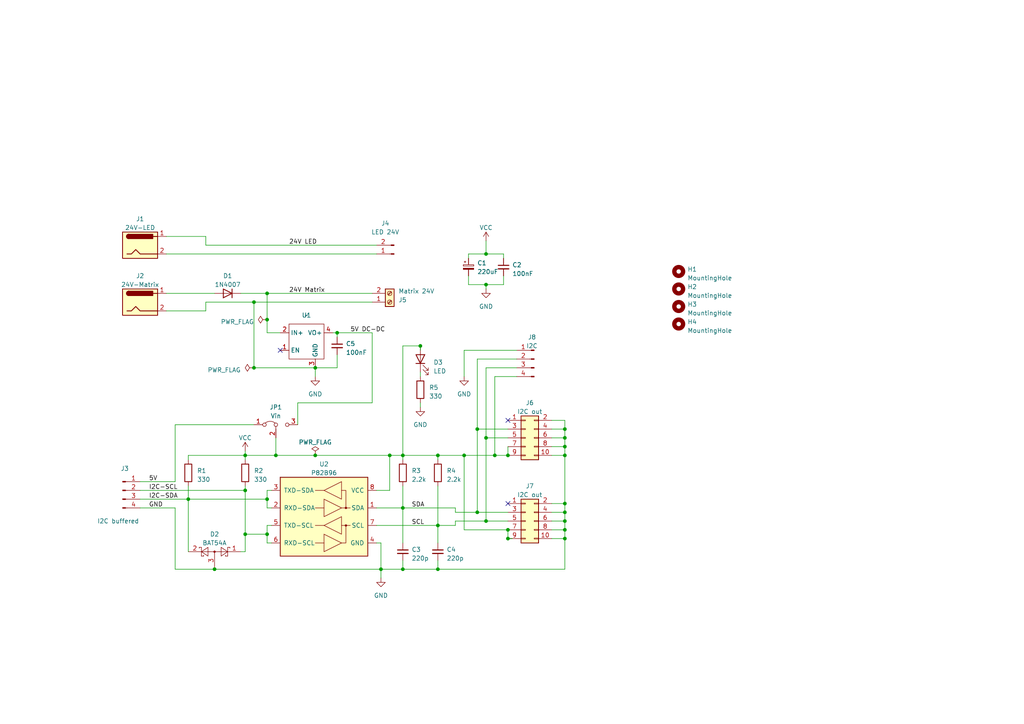
<source format=kicad_sch>
(kicad_sch (version 20230121) (generator eeschema)
  (paper "A4")
  (title_block (title "Display I2C buffer") (rev "1.2"))
  (lib_symbols
    (symbol "Connector:Conn_01x02_Pin" (pin_names (offset 1.016) hide)
      (property "Reference" "J" (at 0 2.54 0))
      (property "Value" "Conn_01x02_Pin" (at 0 -5.08 0))
      (symbol "Conn_01x02_Pin_1_1"
        (polyline (pts (xy 1.27 -2.54) (xy 0.8636 -2.54)) (stroke (width 0.1524)))
        (polyline (pts (xy 1.27 0) (xy 0.8636 0)) (stroke (width 0.1524)))
        (rectangle (start 0.8636 -2.413) (end 0 -2.667) (stroke (width 0.1524)) (fill (type outline)))
        (rectangle (start 0.8636 0.127) (end 0 -0.127) (stroke (width 0.1524)) (fill (type outline)))
        (pin passive line (at 5.08 0 180) (length 3.81) (name "Pin_1") (number "1"))
        (pin passive line (at 5.08 -2.54 180) (length 3.81) (name "Pin_2") (number "2"))
      )
    )
    (symbol "Connector:Conn_01x04_Pin" (pin_names (offset 1.016) hide)
      (property "Reference" "J" (at 0 5.08 0))
      (property "Value" "Conn_01x04_Pin" (at 0 -7.62 0))
      (symbol "Conn_01x04_Pin_1_1"
        (polyline (pts (xy 1.27 -5.08) (xy 0.8636 -5.08)) (stroke (width 0.1524)))
        (polyline (pts (xy 1.27 -2.54) (xy 0.8636 -2.54)) (stroke (width 0.1524)))
        (polyline (pts (xy 1.27 0) (xy 0.8636 0)) (stroke (width 0.1524)))
        (polyline (pts (xy 1.27 2.54) (xy 0.8636 2.54)) (stroke (width 0.1524)))
        (rectangle (start 0.8636 -4.953) (end 0 -5.207) (stroke (width 0.1524)) (fill (type outline)))
        (rectangle (start 0.8636 -2.413) (end 0 -2.667) (stroke (width 0.1524)) (fill (type outline)))
        (rectangle (start 0.8636 0.127) (end 0 -0.127) (stroke (width 0.1524)) (fill (type outline)))
        (rectangle (start 0.8636 2.667) (end 0 2.413) (stroke (width 0.1524)) (fill (type outline)))
        (pin passive line (at 5.08 2.54 180) (length 3.81) (name "Pin_1") (number "1"))
        (pin passive line (at 5.08 0 180) (length 3.81) (name "Pin_2") (number "2"))
        (pin passive line (at 5.08 -2.54 180) (length 3.81) (name "Pin_3") (number "3"))
        (pin passive line (at 5.08 -5.08 180) (length 3.81) (name "Pin_4") (number "4"))
      )
    )
    (symbol "Connector:Jack-DC" (pin_names (offset 1.016))
      (property "Reference" "J" (at 0 5.334 0))
      (property "Value" "Jack-DC" (at 0 -5.08 0))
      (symbol "Jack-DC_0_1"
        (rectangle (start -5.08 3.81) (end 5.08 -3.81) (stroke (width 0.254)) (fill (type background)))
        (arc (start -3.302 3.175) (mid -3.9343 2.54) (end -3.302 1.905) (stroke (width 0.254)))
        (arc (start -3.302 3.175) (mid -3.9343 2.54) (end -3.302 1.905) (stroke (width 0.254)) (fill (type outline)))
        (polyline (pts (xy 5.08 2.54) (xy 3.81 2.54)) (stroke (width 0.254)))
        (polyline (pts (xy -3.81 -2.54) (xy -2.54 -2.54) (xy -1.27 -1.27) (xy 0 -2.54) (xy 2.54 -2.54) (xy 5.08 -2.54)) (stroke (width 0.254)))
        (rectangle (start 3.683 3.175) (end -3.302 1.905) (stroke (width 0.254)) (fill (type outline)))
      )
      (symbol "Jack-DC_1_1"
        (pin passive line (at 7.62 2.54 180) (length 2.54) (name "~") (number "1"))
        (pin passive line (at 7.62 -2.54 180) (length 2.54) (name "~") (number "2"))
      )
    )
    (symbol "Connector:Screw_Terminal_01x02" (pin_names (offset 1.016) hide)
      (property "Reference" "J" (at 0 2.54 0))
      (property "Value" "Screw_Terminal_01x02" (at 0 -5.08 0))
      (symbol "Screw_Terminal_01x02_1_1"
        (rectangle (start -1.27 1.27) (end 1.27 -3.81) (stroke (width 0.254)) (fill (type background)))
        (circle (center 0 -2.54) (radius 0.635) (stroke (width 0.1524)))
        (polyline (pts (xy -0.5334 -2.2098) (xy 0.3302 -3.048)) (stroke (width 0.1524)))
        (polyline (pts (xy -0.5334 0.3302) (xy 0.3302 -0.508)) (stroke (width 0.1524)))
        (polyline (pts (xy -0.3556 -2.032) (xy 0.508 -2.8702)) (stroke (width 0.1524)))
        (polyline (pts (xy -0.3556 0.508) (xy 0.508 -0.3302)) (stroke (width 0.1524)))
        (circle (center 0 0) (radius 0.635) (stroke (width 0.1524)))
        (pin passive line (at -5.08 0 0) (length 3.81) (name "Pin_1") (number "1"))
        (pin passive line (at -5.08 -2.54 0) (length 3.81) (name "Pin_2") (number "2"))
      )
    )
    (symbol "Connector_Generic:Conn_02x05_Odd_Even" (pin_names (offset 1.016) hide)
      (property "Reference" "J" (at 1.27 7.62 0))
      (property "Value" "Conn_02x05_Odd_Even" (at 1.27 -7.62 0))
      (symbol "Conn_02x05_Odd_Even_1_1"
        (rectangle (start -1.27 -4.953) (end 0 -5.207) (stroke (width 0.1524)))
        (rectangle (start -1.27 -2.413) (end 0 -2.667) (stroke (width 0.1524)))
        (rectangle (start -1.27 0.127) (end 0 -0.127) (stroke (width 0.1524)))
        (rectangle (start -1.27 2.667) (end 0 2.413) (stroke (width 0.1524)))
        (rectangle (start -1.27 5.207) (end 0 4.953) (stroke (width 0.1524)))
        (rectangle (start -1.27 6.35) (end 3.81 -6.35) (stroke (width 0.254)) (fill (type background)))
        (rectangle (start 3.81 -4.953) (end 2.54 -5.207) (stroke (width 0.1524)))
        (rectangle (start 3.81 -2.413) (end 2.54 -2.667) (stroke (width 0.1524)))
        (rectangle (start 3.81 0.127) (end 2.54 -0.127) (stroke (width 0.1524)))
        (rectangle (start 3.81 2.667) (end 2.54 2.413) (stroke (width 0.1524)))
        (rectangle (start 3.81 5.207) (end 2.54 4.953) (stroke (width 0.1524)))
        (pin passive line (at -5.08 5.08 0) (length 3.81) (name "Pin_1") (number "1"))
        (pin passive line (at 7.62 -5.08 180) (length 3.81) (name "Pin_10") (number "10"))
        (pin passive line (at 7.62 5.08 180) (length 3.81) (name "Pin_2") (number "2"))
        (pin passive line (at -5.08 2.54 0) (length 3.81) (name "Pin_3") (number "3"))
        (pin passive line (at 7.62 2.54 180) (length 3.81) (name "Pin_4") (number "4"))
        (pin passive line (at -5.08 0 0) (length 3.81) (name "Pin_5") (number "5"))
        (pin passive line (at 7.62 0 180) (length 3.81) (name "Pin_6") (number "6"))
        (pin passive line (at -5.08 -2.54 0) (length 3.81) (name "Pin_7") (number "7"))
        (pin passive line (at 7.62 -2.54 180) (length 3.81) (name "Pin_8") (number "8"))
        (pin passive line (at -5.08 -5.08 0) (length 3.81) (name "Pin_9") (number "9"))
      )
    )
    (symbol "Device:C_Polarized_Small" (pin_numbers hide) (pin_names (offset 0.254) hide)
      (property "Reference" "C" (at 0.254 1.778 0))
      (property "Value" "C_Polarized_Small" (at 0.254 -2.032 0))
      (symbol "C_Polarized_Small_0_1"
        (rectangle (start -1.524 -0.3048) (end 1.524 -0.6858) (fill (type outline)))
        (rectangle (start -1.524 0.6858) (end 1.524 0.3048))
        (polyline (pts (xy -1.27 1.524) (xy -0.762 1.524)))
        (polyline (pts (xy -1.016 1.27) (xy -1.016 1.778)))
      )
      (symbol "C_Polarized_Small_1_1"
        (pin passive line (at 0 2.54 270) (length 1.8542) (name "~") (number "1"))
        (pin passive line (at 0 -2.54 90) (length 1.8542) (name "~") (number "2"))
      )
    )
    (symbol "Device:C_Small" (pin_numbers hide) (pin_names (offset 0.254) hide)
      (property "Reference" "C" (at 0.254 1.778 0))
      (property "Value" "C_Small" (at 0.254 -2.032 0))
      (symbol "C_Small_0_1"
        (polyline (pts (xy -1.524 -0.508) (xy 1.524 -0.508)) (stroke (width 0.3302)))
        (polyline (pts (xy -1.524 0.508) (xy 1.524 0.508)) (stroke (width 0.3048)))
      )
      (symbol "C_Small_1_1"
        (pin passive line (at 0 2.54 270) (length 2.032) (name "~") (number "1"))
        (pin passive line (at 0 -2.54 90) (length 2.032) (name "~") (number "2"))
      )
    )
    (symbol "Device:LED" (pin_numbers hide) (pin_names (offset 1.016) hide)
      (property "Reference" "D" (at 0 2.54 0))
      (property "Value" "LED" (at 0 -2.54 0))
      (symbol "LED_0_1"
        (polyline (pts (xy -1.27 -1.27) (xy -1.27 1.27)) (stroke (width 0.254)))
        (polyline (pts (xy -1.27 0) (xy 1.27 0)))
        (polyline (pts (xy 1.27 -1.27) (xy 1.27 1.27) (xy -1.27 0) (xy 1.27 -1.27)) (stroke (width 0.254)))
        (polyline (pts (xy -3.048 -0.762) (xy -4.572 -2.286) (xy -3.81 -2.286) (xy -4.572 -2.286) (xy -4.572 -1.524)))
        (polyline (pts (xy -1.778 -0.762) (xy -3.302 -2.286) (xy -2.54 -2.286) (xy -3.302 -2.286) (xy -3.302 -1.524)))
      )
      (symbol "LED_1_1"
        (pin passive line (at -3.81 0 0) (length 2.54) (name "K") (number "1"))
        (pin passive line (at 3.81 0 180) (length 2.54) (name "A") (number "2"))
      )
    )
    (symbol "Device:R" (pin_numbers hide) (pin_names (offset 0))
      (property "Reference" "R" (at 2.032 0 90))
      (property "Value" "R" (at 0 0 90))
      (symbol "R_0_1"
        (rectangle (start -1.016 -2.54) (end 1.016 2.54) (stroke (width 0.254)))
      )
      (symbol "R_1_1"
        (pin passive line (at 0 3.81 270) (length 1.27) (name "~") (number "1"))
        (pin passive line (at 0 -3.81 90) (length 1.27) (name "~") (number "2"))
      )
    )
    (symbol "Diode:1N4007" (pin_numbers hide) (pin_names hide)
      (property "Reference" "D" (at 0 2.54 0))
      (property "Value" "1N4007" (at 0 -2.54 0))
      (symbol "1N4007_0_1"
        (polyline (pts (xy -1.27 1.27) (xy -1.27 -1.27)) (stroke (width 0.254)))
        (polyline (pts (xy 1.27 0) (xy -1.27 0)))
        (polyline (pts (xy 1.27 1.27) (xy 1.27 -1.27) (xy -1.27 0) (xy 1.27 1.27)) (stroke (width 0.254)))
      )
      (symbol "1N4007_1_1"
        (pin passive line (at -3.81 0 0) (length 2.54) (name "K") (number "1"))
        (pin passive line (at 3.81 0 180) (length 2.54) (name "A") (number "2"))
      )
    )
    (symbol "Diode:BAT54A" (pin_names (offset 1.016))
      (property "Reference" "D" (at 0.635 -3.81 0))
      (property "Value" "BAT54A" (at -6.35 3.175 0))
      (symbol "BAT54A_0_1"
        (polyline (pts (xy -4.445 1.27) (xy -4.445 1.016)))
        (polyline (pts (xy -3.81 -1.27) (xy -3.81 1.27)))
        (polyline (pts (xy -3.81 -1.27) (xy -3.175 -1.27)))
        (polyline (pts (xy -3.81 0) (xy -1.27 0)))
        (polyline (pts (xy -3.81 1.27) (xy -4.445 1.27)))
        (polyline (pts (xy -3.175 -1.27) (xy -3.175 -1.016)))
        (polyline (pts (xy -1.905 0) (xy 1.905 0)))
        (polyline (pts (xy 1.27 0) (xy 3.81 0)))
        (polyline (pts (xy 3.175 -1.27) (xy 3.175 -1.016)))
        (polyline (pts (xy 3.81 -1.27) (xy 3.175 -1.27)))
        (polyline (pts (xy 3.81 -1.27) (xy 3.81 1.27)))
        (polyline (pts (xy 3.81 1.27) (xy 4.445 1.27)))
        (polyline (pts (xy 4.445 1.27) (xy 4.445 1.016)))
        (polyline (pts (xy -1.905 1.27) (xy -1.905 -1.27) (xy -3.81 0) (xy -1.905 1.27)))
        (polyline (pts (xy 1.905 1.27) (xy 1.905 -1.27) (xy 3.81 0) (xy 1.905 1.27)))
        (circle (center 0 0) (radius 0.254) (fill (type outline)))
      )
      (symbol "BAT54A_1_1"
        (pin passive line (at -7.62 0 0) (length 3.81) (name "~") (number "1"))
        (pin passive line (at 7.62 0 180) (length 3.81) (name "~") (number "2"))
        (pin passive line (at 0 -5.08 90) (length 5.08) (name "~") (number "3"))
      )
    )
    (symbol "Interface_Expansion:P82B96" (pin_names (offset 1.016))
      (property "Reference" "U" (at -12.7 12.7 0))
      (property "Value" "P82B96" (at 5.08 12.7 0))
      (symbol "P82B96_0_1"
        (rectangle (start -12.7 11.43) (end 12.7 -11.43) (stroke (width 0.254)) (fill (type background)))
        (circle (center -6.35 -2.54) (radius 0.127))
        (circle (center -6.35 -2.54) (radius 0.254))
        (circle (center -6.35 2.54) (radius 0.127))
        (circle (center -6.35 2.54) (radius 0.254))
        (polyline (pts (xy -5.08 -2.54) (xy -7.62 -2.54)))
        (polyline (pts (xy 0 -7.62) (xy 2.54 -7.62)))
        (polyline (pts (xy 0 -2.54) (xy 2.54 -2.54)))
        (polyline (pts (xy -5.08 -7.62) (xy -6.35 -7.62) (xy -6.35 -2.54)))
        (polyline (pts (xy -5.08 2.54) (xy -7.62 2.54) (xy -7.62 2.54)))
        (polyline (pts (xy 0 7.62) (xy 2.54 7.62) (xy 2.54 7.62)))
        (polyline (pts (xy 2.54 2.54) (xy 0 2.54) (xy 0 2.54)))
        (polyline (pts (xy -6.35 2.54) (xy -6.35 7.62) (xy -5.08 7.62) (xy -5.08 7.62)))
        (polyline (pts (xy -5.08 0) (xy -5.08 -5.08) (xy 0 -2.54) (xy -5.08 0) (xy -5.08 0)))
        (polyline (pts (xy -5.08 10.16) (xy -5.08 5.08) (xy 0 7.62) (xy -5.08 10.16) (xy -5.08 10.16)))
        (polyline (pts (xy 0 -5.08) (xy -5.08 -7.62) (xy 0 -10.16) (xy 0 -5.08) (xy 0 -5.08)))
        (polyline (pts (xy 0 5.08) (xy -5.08 2.54) (xy 0 0) (xy 0 5.08) (xy 0 5.08)))
      )
      (symbol "P82B96_1_1"
        (pin bidirectional line (at -15.24 2.54 0) (length 2.54) (name "SDA") (number "1"))
        (pin input line (at 15.24 2.54 180) (length 2.54) (name "RXD-SDA") (number "2"))
        (pin output line (at 15.24 7.62 180) (length 2.54) (name "TXD-SDA") (number "3"))
        (pin power_in line (at -15.24 -7.62 0) (length 2.54) (name "GND") (number "4"))
        (pin output line (at 15.24 -2.54 180) (length 2.54) (name "TXD-SCL") (number "5"))
        (pin input line (at 15.24 -7.62 180) (length 2.54) (name "RXD-SCL") (number "6"))
        (pin bidirectional line (at -15.24 -2.54 0) (length 2.54) (name "SCL") (number "7"))
        (pin power_in line (at -15.24 7.62 0) (length 2.54) (name "VCC") (number "8"))
      )
    )
    (symbol "Jumper:Jumper_3_Bridged12" (pin_names (offset 0) hide)
      (property "Reference" "JP" (at -2.54 -2.54 0))
      (property "Value" "Jumper_3_Bridged12" (at 0 2.794 0))
      (symbol "Jumper_3_Bridged12_0_0"
        (circle (center -3.302 0) (radius 0.508))
        (circle (center 0 0) (radius 0.508))
        (circle (center 3.302 0) (radius 0.508))
      )
      (symbol "Jumper_3_Bridged12_0_1"
        (arc (start -0.254 0.508) (mid -1.651 0.9912) (end -3.048 0.508))
        (polyline (pts (xy 0 -1.27) (xy 0 -0.508)))
      )
      (symbol "Jumper_3_Bridged12_1_1"
        (pin passive line (at -6.35 0 0) (length 2.54) (name "A") (number "1"))
        (pin passive line (at 0 -3.81 90) (length 2.54) (name "C") (number "2"))
        (pin passive line (at 6.35 0 180) (length 2.54) (name "B") (number "3"))
      )
    )
    (symbol "Mechanical:MountingHole" (pin_names (offset 1.016))
      (property "Reference" "H" (at 0 5.08 0))
      (property "Value" "MountingHole" (at 0 3.175 0))
      (symbol "MountingHole_0_1"
        (circle (center 0 0) (radius 1.27) (stroke (width 1.27)))
      )
    )
    (symbol "VictorLib:Min_DC-DC"
      (property "Reference" "U" (at 0 0 0))
      (symbol "Min_DC-DC_0_1"
        (rectangle (start -5.08 -2.54) (end 5.08 -12.7))
      )
      (symbol "Min_DC-DC_1_1"
        (pin input line (at -7.62 -10.16 0) (length 2.54) (name "EN") (number "1"))
        (pin power_in line (at -7.62 -5.08 0) (length 2.54) (name "IN+") (number "2"))
        (pin power_in line (at 2.54 -15.24 90) (length 2.54) (name "GND") (number "3"))
        (pin power_out line (at 7.62 -5.08 180) (length 2.54) (name "VO+") (number "4"))
      )
    )
    (symbol "power:GND" (power) (pin_names (offset 0))
      (property "Value" "GND" (at 0 -3.81 0))
      (symbol "GND_0_1"
        (polyline (pts (xy 0 0) (xy 0 -1.27) (xy 1.27 -1.27) (xy 0 -2.54) (xy -1.27 -1.27) (xy 0 -1.27)))
      )
      (symbol "GND_1_1"
        (pin power_in line (at 0 0 270) (length 0) hide (name "GND") (number "1"))
      )
    )
    (symbol "power:PWR_FLAG" (power) (pin_numbers hide) (pin_names (offset 0) hide)
      (property "Value" "PWR_FLAG" (at 0 3.81 0))
      (symbol "PWR_FLAG_0_0"
        (pin power_out line (at 0 0 90) (length 0) (name "pwr") (number "1"))
      )
      (symbol "PWR_FLAG_0_1"
        (polyline (pts (xy 0 0) (xy 0 1.27) (xy -1.016 1.905) (xy 0 2.54) (xy 1.016 1.905) (xy 0 1.27)))
      )
    )
    (symbol "power:VCC" (power) (pin_names (offset 0))
      (property "Value" "VCC" (at 0 3.81 0))
      (symbol "VCC_0_1"
        (polyline (pts (xy -0.762 1.27) (xy 0 2.54)))
        (polyline (pts (xy 0 0) (xy 0 2.54)))
        (polyline (pts (xy 0 2.54) (xy 0.762 1.27)))
      )
      (symbol "VCC_1_1"
        (pin power_in line (at 0 0 90) (length 0) hide (name "VCC") (number "1"))
      )
    )
  )
  (junction (at 163.83 156.21))
  (junction (at 77.47 144.78))
  (junction (at 138.43 148.59))
  (junction (at 147.32 156.21))
  (junction (at 62.23 165.1))
  (junction (at 147.32 153.67))
  (junction (at 127 165.1))
  (junction (at 134.62 132.08))
  (junction (at 91.44 132.08))
  (junction (at 163.83 146.05))
  (junction (at 140.97 151.13))
  (junction (at 97.79 96.52))
  (junction (at 116.84 165.1))
  (junction (at 127 152.4))
  (junction (at 163.83 148.59))
  (junction (at 140.97 73.66))
  (junction (at 91.44 106.68))
  (junction (at 163.83 124.46))
  (junction (at 163.83 129.54))
  (junction (at 163.83 151.13))
  (junction (at 71.12 154.94))
  (junction (at 113.03 132.08))
  (junction (at 80.01 132.08))
  (junction (at 143.51 132.08))
  (junction (at 73.66 106.68))
  (junction (at 77.47 85.09))
  (junction (at 77.47 154.94))
  (junction (at 140.97 127))
  (junction (at 140.97 82.55))
  (junction (at 77.47 92.71))
  (junction (at 116.84 147.32))
  (junction (at 163.83 127))
  (junction (at 163.83 132.08))
  (junction (at 127 132.08))
  (junction (at 138.43 124.46))
  (junction (at 71.12 142.24))
  (junction (at 121.92 100.33))
  (junction (at 54.61 144.78))
  (junction (at 116.84 132.08))
  (junction (at 110.49 165.1))
  (junction (at 71.12 132.08))
  (junction (at 163.83 153.67))
  (junction (at 73.66 87.63))
  (junction (at 147.32 132.08))
  (no_connect (at 81.28 101.6))
  (no_connect (at 147.32 121.92))
  (no_connect (at 147.32 146.05))
  (wire (pts (xy 59.69 90.17) (xy 59.69 87.63)))
  (wire (pts (xy 54.61 144.78) (xy 54.61 160.02)))
  (wire (pts (xy 116.84 132.08) (xy 116.84 133.35)))
  (wire (pts (xy 127 132.08) (xy 127 133.35)))
  (wire (pts (xy 135.89 73.66) (xy 140.97 73.66)))
  (wire (pts (xy 160.02 124.46) (xy 163.83 124.46)))
  (wire (pts (xy 77.47 85.09) (xy 107.95 85.09)))
  (wire (pts (xy 86.36 116.84) (xy 107.95 116.84)))
  (wire (pts (xy 138.43 124.46) (xy 138.43 104.14)))
  (wire (pts (xy 160.02 146.05) (xy 163.83 146.05)))
  (wire (pts (xy 134.62 101.6) (xy 149.86 101.6)))
  (wire (pts (xy 116.84 162.56) (xy 116.84 165.1)))
  (wire (pts (xy 132.08 148.59) (xy 138.43 148.59)))
  (wire (pts (xy 59.69 87.63) (xy 73.66 87.63)))
  (wire (pts (xy 143.51 132.08) (xy 147.32 132.08)))
  (wire (pts (xy 160.02 151.13) (xy 163.83 151.13)))
  (wire (pts (xy 135.89 74.93) (xy 135.89 73.66)))
  (wire (pts (xy 127 162.56) (xy 127 165.1)))
  (wire (pts (xy 77.47 144.78) (xy 77.47 147.32)))
  (wire (pts (xy 91.44 106.68) (xy 97.79 106.68)))
  (wire (pts (xy 48.26 85.09) (xy 62.23 85.09)))
  (wire (pts (xy 77.47 142.24) (xy 77.47 144.78)))
  (wire (pts (xy 127 152.4) (xy 127 157.48)))
  (wire (pts (xy 97.79 96.52) (xy 107.95 96.52)))
  (wire (pts (xy 127 165.1) (xy 163.83 165.1)))
  (wire (pts (xy 91.44 106.68) (xy 91.44 109.22)))
  (wire (pts (xy 71.12 142.24) (xy 71.12 154.94)))
  (wire (pts (xy 54.61 132.08) (xy 71.12 132.08)))
  (wire (pts (xy 78.74 152.4) (xy 77.47 152.4)))
  (wire (pts (xy 96.52 96.52) (xy 97.79 96.52)))
  (wire (pts (xy 80.01 127) (xy 80.01 132.08)))
  (wire (pts (xy 113.03 132.08) (xy 116.84 132.08)))
  (wire (pts (xy 163.83 153.67) (xy 163.83 156.21)))
  (wire (pts (xy 143.51 109.22) (xy 149.86 109.22)))
  (wire (pts (xy 71.12 132.08) (xy 80.01 132.08)))
  (wire (pts (xy 163.83 132.08) (xy 163.83 146.05)))
  (wire (pts (xy 116.84 100.33) (xy 121.92 100.33)))
  (wire (pts (xy 77.47 96.52) (xy 81.28 96.52)))
  (wire (pts (xy 140.97 82.55) (xy 146.05 82.55)))
  (wire (pts (xy 116.84 100.33) (xy 116.84 132.08)))
  (wire (pts (xy 160.02 148.59) (xy 163.83 148.59)))
  (wire (pts (xy 73.66 87.63) (xy 73.66 106.68)))
  (wire (pts (xy 71.12 140.97) (xy 71.12 142.24)))
  (wire (pts (xy 134.62 109.22) (xy 134.62 101.6)))
  (wire (pts (xy 116.84 140.97) (xy 116.84 147.32)))
  (wire (pts (xy 147.32 153.67) (xy 147.32 156.21)))
  (wire (pts (xy 71.12 132.08) (xy 71.12 133.35)))
  (wire (pts (xy 140.97 73.66) (xy 146.05 73.66)))
  (wire (pts (xy 113.03 142.24) (xy 109.22 142.24)))
  (wire (pts (xy 77.47 142.24) (xy 78.74 142.24)))
  (wire (pts (xy 163.83 156.21) (xy 163.83 165.1)))
  (wire (pts (xy 138.43 148.59) (xy 138.43 124.46)))
  (wire (pts (xy 59.69 68.58) (xy 59.69 71.12)))
  (wire (pts (xy 40.64 142.24) (xy 71.12 142.24)))
  (wire (pts (xy 91.44 106.68) (xy 73.66 106.68)))
  (wire (pts (xy 69.85 85.09) (xy 77.47 85.09)))
  (wire (pts (xy 163.83 146.05) (xy 163.83 148.59)))
  (wire (pts (xy 146.05 82.55) (xy 146.05 80.01)))
  (wire (pts (xy 54.61 144.78) (xy 77.47 144.78)))
  (wire (pts (xy 127 132.08) (xy 134.62 132.08)))
  (wire (pts (xy 113.03 132.08) (xy 113.03 142.24)))
  (wire (pts (xy 40.64 139.7) (xy 50.8 139.7)))
  (wire (pts (xy 132.08 148.59) (xy 132.08 147.32)))
  (wire (pts (xy 109.22 152.4) (xy 127 152.4)))
  (wire (pts (xy 163.83 148.59) (xy 163.83 151.13)))
  (wire (pts (xy 143.51 132.08) (xy 143.51 109.22)))
  (wire (pts (xy 134.62 132.08) (xy 134.62 153.67)))
  (wire (pts (xy 77.47 85.09) (xy 77.47 92.71)))
  (wire (pts (xy 77.47 154.94) (xy 77.47 152.4)))
  (wire (pts (xy 140.97 151.13) (xy 147.32 151.13)))
  (wire (pts (xy 135.89 80.01) (xy 135.89 82.55)))
  (wire (pts (xy 50.8 139.7) (xy 50.8 123.19)))
  (wire (pts (xy 40.64 144.78) (xy 54.61 144.78)))
  (wire (pts (xy 109.22 147.32) (xy 116.84 147.32)))
  (wire (pts (xy 163.83 151.13) (xy 163.83 153.67)))
  (wire (pts (xy 163.83 124.46) (xy 163.83 127)))
  (wire (pts (xy 54.61 140.97) (xy 54.61 144.78)))
  (wire (pts (xy 163.83 127) (xy 163.83 129.54)))
  (wire (pts (xy 48.26 73.66) (xy 109.22 73.66)))
  (wire (pts (xy 147.32 156.21) (xy 148.59 156.21)))
  (wire (pts (xy 138.43 148.59) (xy 147.32 148.59)))
  (wire (pts (xy 140.97 69.85) (xy 140.97 73.66)))
  (wire (pts (xy 132.08 152.4) (xy 132.08 151.13)))
  (wire (pts (xy 77.47 154.94) (xy 77.47 157.48)))
  (wire (pts (xy 54.61 133.35) (xy 54.61 132.08)))
  (wire (pts (xy 140.97 82.55) (xy 140.97 83.82)))
  (wire (pts (xy 71.12 154.94) (xy 71.12 160.02)))
  (wire (pts (xy 97.79 96.52) (xy 97.79 97.79)))
  (wire (pts (xy 91.44 132.08) (xy 113.03 132.08)))
  (wire (pts (xy 116.84 132.08) (xy 127 132.08)))
  (wire (pts (xy 59.69 71.12) (xy 109.22 71.12)))
  (wire (pts (xy 138.43 104.14) (xy 149.86 104.14)))
  (wire (pts (xy 135.89 82.55) (xy 140.97 82.55)))
  (wire (pts (xy 127 152.4) (xy 132.08 152.4)))
  (wire (pts (xy 127 140.97) (xy 127 152.4)))
  (wire (pts (xy 121.92 116.84) (xy 121.92 118.11)))
  (wire (pts (xy 107.95 96.52) (xy 107.95 116.84)))
  (wire (pts (xy 110.49 165.1) (xy 110.49 167.64)))
  (wire (pts (xy 71.12 130.81) (xy 71.12 132.08)))
  (wire (pts (xy 121.92 100.33) (xy 121.92 101.6)))
  (wire (pts (xy 71.12 160.02) (xy 69.85 160.02)))
  (wire (pts (xy 78.74 147.32) (xy 77.47 147.32)))
  (wire (pts (xy 110.49 157.48) (xy 109.22 157.48)))
  (wire (pts (xy 138.43 124.46) (xy 147.32 124.46)))
  (wire (pts (xy 163.83 129.54) (xy 163.83 132.08)))
  (wire (pts (xy 116.84 165.1) (xy 127 165.1)))
  (wire (pts (xy 86.36 116.84) (xy 86.36 123.19)))
  (wire (pts (xy 132.08 151.13) (xy 140.97 151.13)))
  (wire (pts (xy 77.47 157.48) (xy 78.74 157.48)))
  (wire (pts (xy 160.02 129.54) (xy 163.83 129.54)))
  (wire (pts (xy 163.83 121.92) (xy 163.83 124.46)))
  (wire (pts (xy 160.02 156.21) (xy 163.83 156.21)))
  (wire (pts (xy 146.05 73.66) (xy 146.05 74.93)))
  (wire (pts (xy 110.49 165.1) (xy 116.84 165.1)))
  (wire (pts (xy 140.97 127) (xy 140.97 106.68)))
  (wire (pts (xy 62.23 165.1) (xy 110.49 165.1)))
  (wire (pts (xy 116.84 147.32) (xy 116.84 157.48)))
  (wire (pts (xy 116.84 147.32) (xy 132.08 147.32)))
  (wire (pts (xy 140.97 106.68) (xy 149.86 106.68)))
  (wire (pts (xy 48.26 68.58) (xy 59.69 68.58)))
  (wire (pts (xy 160.02 153.67) (xy 163.83 153.67)))
  (wire (pts (xy 134.62 153.67) (xy 147.32 153.67)))
  (wire (pts (xy 97.79 106.68) (xy 97.79 102.87)))
  (wire (pts (xy 140.97 127) (xy 147.32 127)))
  (wire (pts (xy 160.02 121.92) (xy 163.83 121.92)))
  (wire (pts (xy 50.8 165.1) (xy 62.23 165.1)))
  (wire (pts (xy 77.47 92.71) (xy 77.47 96.52)))
  (wire (pts (xy 80.01 132.08) (xy 91.44 132.08)))
  (wire (pts (xy 140.97 151.13) (xy 140.97 127)))
  (wire (pts (xy 160.02 132.08) (xy 163.83 132.08)))
  (wire (pts (xy 147.32 129.54) (xy 147.32 132.08)))
  (wire (pts (xy 40.64 147.32) (xy 50.8 147.32)))
  (wire (pts (xy 50.8 123.19) (xy 73.66 123.19)))
  (wire (pts (xy 160.02 127) (xy 163.83 127)))
  (wire (pts (xy 73.66 87.63) (xy 107.95 87.63)))
  (wire (pts (xy 134.62 132.08) (xy 143.51 132.08)))
  (wire (pts (xy 121.92 107.95) (xy 121.92 109.22)))
  (wire (pts (xy 48.26 90.17) (xy 59.69 90.17)))
  (wire (pts (xy 50.8 165.1) (xy 50.8 147.32)))
  (wire (pts (xy 110.49 157.48) (xy 110.49 165.1)))
  (wire (pts (xy 71.12 154.94) (xy 77.47 154.94)))
  (label "24V Matrix" (at 83.82 85.09 0))
  (label "5V" (at 43.18 139.7 0))
  (label "I2C-SDA" (at 43.18 144.78 0))
  (label "SDA" (at 119.38 147.32 0))
  (label "SCL" (at 119.38 152.4 0))
  (label "5V DC-DC" (at 101.6 96.52 0))
  (label "GND" (at 43.18 147.32 0))
  (label "24V LED" (at 83.82 71.12 0))
  (label "I2C-SCL" (at 43.18 142.24 0))
  (symbol (lib_id "VictorLib:Min_DC-DC") (at 88.9 91.44 0) (unit 1)
    (property "Reference" "U1" (at 88.9 91.44 0))
    (property "Value" "~" (at 88.9 91.44 0))
    (property "Footprint" "VictorLib:Mini DC-DC" (effects hide))
  )
  (symbol (lib_id "Connector:Conn_01x04_Pin") (at 35.56 142.24 0) (unit 1)
    (property "Reference" "J3" (at 36.195 135.89 0))
    (property "Value" "I2C buffered" (at 34.29 151.13 0))
    (property "Footprint" "Connector_JST:JST_EH_B4B-EH-A_1x04_P2.50mm_Vertical" (effects hide))
  )
  (symbol (lib_id "power:VCC") (at 71.12 130.81 0) (unit 1)
    (property "Reference" "#PWR03" (effects hide))
    (property "Value" "VCC" (at 71.12 127 0))
  )
  (symbol (lib_id "Diode:1N4007") (at 66.04 85.09 180) (unit 1)
    (property "Reference" "D1" (at 66.04 80.01 0))
    (property "Value" "1N4007" (at 66.04 82.55 0))
    (property "Footprint" "Diode_THT:D_DO-41_SOD81_P10.16mm_Horizontal" (effects hide))
    (property "Datasheet" "http://www.vishay.com/docs/88503/1n4001.pdf" (effects hide))
    (property "Sim.Device" "D" (effects hide))
    (property "Sim.Pins" "1=K 2=A" (effects hide))
  )
  (symbol (lib_id "power:PWR_FLAG") (at 73.66 106.68 90) (unit 1)
    (property "Reference" "#FLG01" (effects hide))
    (property "Value" "PWR_FLAG" (at 69.85 107.315 90) (effects (justify left)))
  )
  (symbol (lib_id "Mechanical:MountingHole") (at 196.85 93.98 0) (unit 1)
    (property "Reference" "H4" (at 199.39 93.345 0) (effects (justify left)))
    (property "Value" "MountingHole" (at 199.39 95.885 0) (effects (justify left)))
    (property "Footprint" "MountingHole:MountingHole_3.2mm_M3_DIN965" (effects hide))
  )
  (symbol (lib_id "Device:R") (at 71.12 137.16 0) (unit 1)
    (property "Reference" "R2" (at 73.66 136.525 0) (effects (justify left)))
    (property "Value" "330" (at 73.66 139.065 0) (effects (justify left)))
    (property "Footprint" "Resistor_SMD:R_1206_3216Metric" (effects hide))
  )
  (symbol (lib_id "Device:C_Small") (at 127 160.02 0) (unit 1)
    (property "Reference" "C4" (at 129.54 159.3913 0) (effects (justify left)))
    (property "Value" "220p" (at 129.54 161.9313 0) (effects (justify left)))
    (property "Footprint" "Capacitor_SMD:C_1210_3225Metric_Pad1.33x2.70mm_HandSolder" (effects hide))
  )
  (symbol (lib_id "Device:R") (at 54.61 137.16 0) (unit 1)
    (property "Reference" "R1" (at 57.15 136.525 0) (effects (justify left)))
    (property "Value" "330" (at 57.15 139.065 0) (effects (justify left)))
    (property "Footprint" "Resistor_SMD:R_1206_3216Metric" (effects hide))
  )
  (symbol (lib_id "power:PWR_FLAG") (at 77.47 92.71 90) (unit 1)
    (property "Reference" "#FLG02" (effects hide))
    (property "Value" "PWR_FLAG" (at 73.66 93.345 90) (effects (justify left)))
  )
  (symbol (lib_id "Device:R") (at 116.84 137.16 0) (unit 1)
    (property "Reference" "R3" (at 119.38 136.525 0) (effects (justify left)))
    (property "Value" "2.2k" (at 119.38 139.065 0) (effects (justify left)))
    (property "Footprint" "Resistor_SMD:R_1206_3216Metric" (effects hide))
  )
  (symbol (lib_id "Device:R") (at 121.92 113.03 180) (unit 1)
    (property "Reference" "R5" (at 124.46 112.395 0) (effects (justify right)))
    (property "Value" "330" (at 124.46 114.935 0) (effects (justify right)))
    (property "Footprint" "Resistor_SMD:R_1206_3216Metric" (effects hide))
  )
  (symbol (lib_id "Connector_Generic:Conn_02x05_Odd_Even") (at 152.4 127 0) (unit 1)
    (property "Reference" "J6" (at 153.67 116.84 0))
    (property "Value" "I2C out" (at 153.67 119.38 0))
    (property "Footprint" "Connector_IDC:IDC-Header_2x05_P2.54mm_Vertical" (effects hide))
  )
  (symbol (lib_id "Device:C_Small") (at 146.05 77.47 0) (unit 1)
    (property "Reference" "C2" (at 148.59 76.8413 0) (effects (justify left)))
    (property "Value" "100nF" (at 148.59 79.3813 0) (effects (justify left)))
    (property "Footprint" "Capacitor_SMD:C_1206_3216Metric" (effects hide))
  )
  (symbol (lib_id "power:GND") (at 140.97 83.82 0) (unit 1)
    (property "Reference" "#PWR07" (effects hide))
    (property "Value" "GND" (at 140.97 88.9 0))
  )
  (symbol (lib_id "Mechanical:MountingHole") (at 196.85 78.74 0) (unit 1)
    (property "Reference" "H1" (at 199.39 78.105 0) (effects (justify left)))
    (property "Value" "MountingHole" (at 199.39 80.645 0) (effects (justify left)))
    (property "Footprint" "MountingHole:MountingHole_3.2mm_M3_DIN965" (effects hide))
  )
  (symbol (lib_id "power:GND") (at 134.62 109.22 0) (unit 1)
    (property "Reference" "#PWR02" (effects hide))
    (property "Value" "GND" (at 134.62 114.3 0))
  )
  (symbol (lib_id "power:GND") (at 121.92 118.11 0) (unit 1)
    (property "Reference" "#PWR06" (effects hide))
    (property "Value" "GND" (at 121.92 123.19 0))
  )
  (symbol (lib_id "Device:C_Polarized_Small") (at 135.89 77.47 0) (unit 1)
    (property "Reference" "C1" (at 138.43 76.2889 0) (effects (justify left)))
    (property "Value" "220uF" (at 138.43 78.8289 0) (effects (justify left)))
    (property "Footprint" "Capacitor_THT:CP_Radial_D8.0mm_P3.50mm" (effects hide))
  )
  (symbol (lib_id "Device:LED") (at 121.92 104.14 90) (unit 1)
    (property "Reference" "D3" (at 125.73 105.0925 90) (effects (justify right)))
    (property "Value" "LED" (at 125.73 107.6325 90) (effects (justify right)))
    (property "Footprint" "LED_SMD:LED_0805_2012Metric" (effects hide))
  )
  (symbol (lib_id "Connector_Generic:Conn_02x05_Odd_Even") (at 152.4 151.13 0) (unit 1)
    (property "Reference" "J7" (at 153.67 140.97 0))
    (property "Value" "I2C out" (at 153.67 143.51 0))
    (property "Footprint" "Connector_IDC:IDC-Header_2x05_P2.54mm_Vertical" (effects hide))
  )
  (symbol (lib_id "Connector:Jack-DC") (at 40.64 87.63 0) (unit 1)
    (property "Reference" "J2" (at 40.64 80.01 0))
    (property "Value" "24V-Matrix" (at 40.64 82.55 0))
    (property "Footprint" "Connector_BarrelJack:BarrelJack_GCT_DCJ200-10-A_Horizontal" (effects hide))
  )
  (symbol (lib_id "Device:R") (at 127 137.16 0) (unit 1)
    (property "Reference" "R4" (at 129.54 136.525 0) (effects (justify left)))
    (property "Value" "2.2k" (at 129.54 139.065 0) (effects (justify left)))
    (property "Footprint" "Resistor_SMD:R_1206_3216Metric" (effects hide))
  )
  (symbol (lib_id "Device:C_Small") (at 116.84 160.02 0) (unit 1)
    (property "Reference" "C3" (at 119.38 159.3913 0) (effects (justify left)))
    (property "Value" "220p" (at 119.38 161.9313 0) (effects (justify left)))
    (property "Footprint" "Capacitor_SMD:C_1210_3225Metric_Pad1.33x2.70mm_HandSolder" (effects hide))
  )
  (symbol (lib_id "Mechanical:MountingHole") (at 196.85 83.82 0) (unit 1)
    (property "Reference" "H2" (at 199.39 83.185 0) (effects (justify left)))
    (property "Value" "MountingHole" (at 199.39 85.725 0) (effects (justify left)))
    (property "Footprint" "MountingHole:MountingHole_3.2mm_M3_DIN965" (effects hide))
  )
  (symbol (lib_id "Interface_Expansion:P82B96") (at 93.98 149.86 0) (mirror y) (unit 1)
    (property "Reference" "U2" (at 93.98 134.62 0))
    (property "Value" "P82B96" (at 93.98 137.16 0))
    (property "Footprint" "Package_SO:SOIC-8_3.9x4.9mm_P1.27mm" (effects hide))
    (property "Datasheet" "http://www.nxp.com/documents/data_sheet/P82B96.pdf" (effects hide))
  )
  (symbol (lib_id "power:PWR_FLAG") (at 91.44 132.08 0) (unit 1)
    (property "Reference" "#FLG03" (effects hide))
    (property "Value" "PWR_FLAG" (at 91.44 128.27 0))
  )
  (symbol (lib_id "power:GND") (at 91.44 109.22 0) (unit 1)
    (property "Reference" "#PWR01" (effects hide))
    (property "Value" "GND" (at 91.44 114.3 0))
  )
  (symbol (lib_id "Device:C_Small") (at 97.79 100.33 0) (unit 1)
    (property "Reference" "C5" (at 100.33 99.7013 0) (effects (justify left)))
    (property "Value" "100nF" (at 100.33 102.2413 0) (effects (justify left)))
    (property "Footprint" "Capacitor_SMD:C_1206_3216Metric" (effects hide))
  )
  (symbol (lib_id "Connector:Conn_01x04_Pin") (at 154.94 104.14 0) (mirror y) (unit 1)
    (property "Reference" "J8" (at 154.305 97.79 0))
    (property "Value" "I2C" (at 154.305 100.33 0))
    (property "Footprint" "Connector_PinHeader_2.54mm:PinHeader_1x04_P2.54mm_Vertical" (effects hide))
  )
  (symbol (lib_id "Connector:Jack-DC") (at 40.64 71.12 0) (unit 1)
    (property "Reference" "J1" (at 40.64 63.5 0))
    (property "Value" "24V-LED" (at 40.64 66.04 0))
    (property "Footprint" "Connector_BarrelJack:BarrelJack_GCT_DCJ200-10-A_Horizontal" (effects hide))
  )
  (symbol (lib_id "Mechanical:MountingHole") (at 196.85 88.9 0) (unit 1)
    (property "Reference" "H3" (at 199.39 88.265 0) (effects (justify left)))
    (property "Value" "MountingHole" (at 199.39 90.805 0) (effects (justify left)))
    (property "Footprint" "MountingHole:MountingHole_3.2mm_M3_DIN965" (effects hide))
  )
  (symbol (lib_id "Connector:Conn_01x02_Pin") (at 114.3 73.66 180) (unit 1)
    (property "Reference" "J4" (at 111.76 64.77 0))
    (property "Value" "LED 24V" (at 111.76 67.31 0))
    (property "Footprint" "Connector_Molex:Molex_KK-396_A-41791-0002_1x02_P3.96mm_Vertical" (effects hide))
  )
  (symbol (lib_id "Connector:Screw_Terminal_01x02") (at 113.03 87.63 0) (mirror x) (unit 1)
    (property "Reference" "J5" (at 115.57 86.995 0) (effects (justify left)))
    (property "Value" "Matrix 24V" (at 115.57 84.455 0) (effects (justify left)))
    (property "Footprint" "TerminalBlock:TerminalBlock_bornier-2_P5.08mm" (effects hide))
  )
  (symbol (lib_id "power:VCC") (at 140.97 69.85 0) (unit 1)
    (property "Reference" "#PWR05" (effects hide))
    (property "Value" "VCC" (at 140.97 66.04 0))
  )
  (symbol (lib_id "power:GND") (at 110.49 167.64 0) (unit 1)
    (property "Reference" "#PWR04" (effects hide))
    (property "Value" "GND" (at 110.49 172.72 0))
  )
  (symbol (lib_id "Diode:BAT54A") (at 62.23 160.02 0) (mirror y) (unit 1)
    (property "Reference" "D2" (at 62.23 154.94 0))
    (property "Value" "BAT54A" (at 62.23 157.48 0))
    (property "Footprint" "Package_TO_SOT_SMD:SOT-23" (effects hide))
    (property "Datasheet" "http://www.diodes.com/_files/datasheets/ds11005.pdf" (effects hide))
  )
  (symbol (lib_id "Jumper:Jumper_3_Bridged12") (at 80.01 123.19 0) (unit 1)
    (property "Reference" "JP1" (at 80.01 118.11 0))
    (property "Value" "Vin" (at 80.01 120.65 0))
    (property "Footprint" "Connector_PinHeader_2.54mm:PinHeader_1x03_P2.54mm_Vertical" (effects hide))
  )
)
</source>
